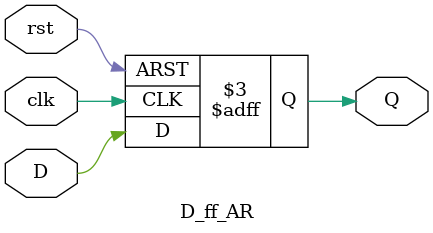
<source format=v>
module D_ff_AR(output reg Q, input D, clk, rst);
	
	// reset active LOW
	always @(posedge clk, negedge rst) begin
		if (!rst) Q <= 1'b0;
		else Q <= D;
	end

endmodule
</source>
